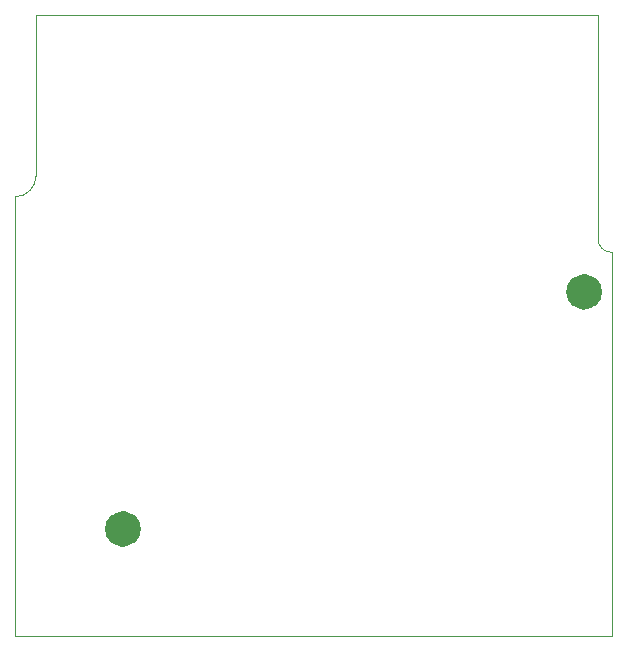
<source format=gbr>
%TF.GenerationSoftware,KiCad,Pcbnew,8.0.8*%
%TF.CreationDate,2025-03-09T11:33:26+01:00*%
%TF.ProjectId,HP 10529A reference card,48502031-3035-4323-9941-207265666572,rev?*%
%TF.SameCoordinates,Original*%
%TF.FileFunction,Profile,NP*%
%FSLAX46Y46*%
G04 Gerber Fmt 4.6, Leading zero omitted, Abs format (unit mm)*
G04 Created by KiCad (PCBNEW 8.0.8) date 2025-03-09 11:33:26*
%MOMM*%
%LPD*%
G01*
G04 APERTURE LIST*
%TA.AperFunction,Profile*%
%ADD10C,0.050000*%
%TD*%
%TA.AperFunction,Profile*%
%ADD11C,1.525000*%
%TD*%
G04 APERTURE END LIST*
D10*
X204330000Y-25940000D02*
X204331774Y-44852819D01*
X155000000Y-78500000D02*
X155000000Y-41293681D01*
D11*
X164882500Y-69430000D02*
G75*
G02*
X163357500Y-69430000I-762500J0D01*
G01*
X163357500Y-69430000D02*
G75*
G02*
X164882500Y-69430000I762500J0D01*
G01*
D10*
X205500000Y-78500000D02*
X155000000Y-78500000D01*
X205500090Y-46008154D02*
G75*
G02*
X204331774Y-44852819I-12890J1155354D01*
G01*
D11*
X203932500Y-49350000D02*
G75*
G02*
X202407500Y-49350000I-762500J0D01*
G01*
X202407500Y-49350000D02*
G75*
G02*
X203932500Y-49350000I762500J0D01*
G01*
D10*
X156760000Y-25950000D02*
X156753681Y-39540000D01*
X205500000Y-46000000D02*
X205500000Y-78500000D01*
X156753681Y-39540000D02*
G75*
G02*
X155000000Y-41293681I-1753681J0D01*
G01*
X156760000Y-25950000D02*
X204330000Y-25940000D01*
M02*

</source>
